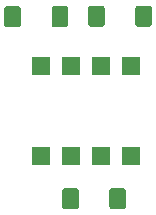
<source format=gtp>
%TF.GenerationSoftware,KiCad,Pcbnew,(5.0.0)*%
%TF.CreationDate,2018-10-04T12:31:17-06:00*%
%TF.ProjectId,Ejemplo,456A656D706C6F2E6B696361645F7063,1.0*%
%TF.SameCoordinates,Original*%
%TF.FileFunction,Paste,Top*%
%TF.FilePolarity,Positive*%
%FSLAX46Y46*%
G04 Gerber Fmt 4.6, Leading zero omitted, Abs format (unit mm)*
G04 Created by KiCad (PCBNEW (5.0.0)) date 10/04/18 12:31:17*
%MOMM*%
%LPD*%
G01*
G04 APERTURE LIST*
%ADD10C,0.100000*%
%ADD11C,1.400000*%
%ADD12R,1.600000X1.600000*%
G04 APERTURE END LIST*
D10*
G36*
X131024505Y-101401204D02*
X131048773Y-101404804D01*
X131072572Y-101410765D01*
X131095671Y-101419030D01*
X131117850Y-101429520D01*
X131138893Y-101442132D01*
X131158599Y-101456747D01*
X131176777Y-101473223D01*
X131193253Y-101491401D01*
X131207868Y-101511107D01*
X131220480Y-101532150D01*
X131230970Y-101554329D01*
X131239235Y-101577428D01*
X131245196Y-101601227D01*
X131248796Y-101625495D01*
X131250000Y-101649999D01*
X131250000Y-102950001D01*
X131248796Y-102974505D01*
X131245196Y-102998773D01*
X131239235Y-103022572D01*
X131230970Y-103045671D01*
X131220480Y-103067850D01*
X131207868Y-103088893D01*
X131193253Y-103108599D01*
X131176777Y-103126777D01*
X131158599Y-103143253D01*
X131138893Y-103157868D01*
X131117850Y-103170480D01*
X131095671Y-103180970D01*
X131072572Y-103189235D01*
X131048773Y-103195196D01*
X131024505Y-103198796D01*
X131000001Y-103200000D01*
X130099999Y-103200000D01*
X130075495Y-103198796D01*
X130051227Y-103195196D01*
X130027428Y-103189235D01*
X130004329Y-103180970D01*
X129982150Y-103170480D01*
X129961107Y-103157868D01*
X129941401Y-103143253D01*
X129923223Y-103126777D01*
X129906747Y-103108599D01*
X129892132Y-103088893D01*
X129879520Y-103067850D01*
X129869030Y-103045671D01*
X129860765Y-103022572D01*
X129854804Y-102998773D01*
X129851204Y-102974505D01*
X129850000Y-102950001D01*
X129850000Y-101649999D01*
X129851204Y-101625495D01*
X129854804Y-101601227D01*
X129860765Y-101577428D01*
X129869030Y-101554329D01*
X129879520Y-101532150D01*
X129892132Y-101511107D01*
X129906747Y-101491401D01*
X129923223Y-101473223D01*
X129941401Y-101456747D01*
X129961107Y-101442132D01*
X129982150Y-101429520D01*
X130004329Y-101419030D01*
X130027428Y-101410765D01*
X130051227Y-101404804D01*
X130075495Y-101401204D01*
X130099999Y-101400000D01*
X131000001Y-101400000D01*
X131024505Y-101401204D01*
X131024505Y-101401204D01*
G37*
D11*
X130550000Y-102300000D03*
D10*
G36*
X127024505Y-101401204D02*
X127048773Y-101404804D01*
X127072572Y-101410765D01*
X127095671Y-101419030D01*
X127117850Y-101429520D01*
X127138893Y-101442132D01*
X127158599Y-101456747D01*
X127176777Y-101473223D01*
X127193253Y-101491401D01*
X127207868Y-101511107D01*
X127220480Y-101532150D01*
X127230970Y-101554329D01*
X127239235Y-101577428D01*
X127245196Y-101601227D01*
X127248796Y-101625495D01*
X127250000Y-101649999D01*
X127250000Y-102950001D01*
X127248796Y-102974505D01*
X127245196Y-102998773D01*
X127239235Y-103022572D01*
X127230970Y-103045671D01*
X127220480Y-103067850D01*
X127207868Y-103088893D01*
X127193253Y-103108599D01*
X127176777Y-103126777D01*
X127158599Y-103143253D01*
X127138893Y-103157868D01*
X127117850Y-103170480D01*
X127095671Y-103180970D01*
X127072572Y-103189235D01*
X127048773Y-103195196D01*
X127024505Y-103198796D01*
X127000001Y-103200000D01*
X126099999Y-103200000D01*
X126075495Y-103198796D01*
X126051227Y-103195196D01*
X126027428Y-103189235D01*
X126004329Y-103180970D01*
X125982150Y-103170480D01*
X125961107Y-103157868D01*
X125941401Y-103143253D01*
X125923223Y-103126777D01*
X125906747Y-103108599D01*
X125892132Y-103088893D01*
X125879520Y-103067850D01*
X125869030Y-103045671D01*
X125860765Y-103022572D01*
X125854804Y-102998773D01*
X125851204Y-102974505D01*
X125850000Y-102950001D01*
X125850000Y-101649999D01*
X125851204Y-101625495D01*
X125854804Y-101601227D01*
X125860765Y-101577428D01*
X125869030Y-101554329D01*
X125879520Y-101532150D01*
X125892132Y-101511107D01*
X125906747Y-101491401D01*
X125923223Y-101473223D01*
X125941401Y-101456747D01*
X125961107Y-101442132D01*
X125982150Y-101429520D01*
X126004329Y-101419030D01*
X126027428Y-101410765D01*
X126051227Y-101404804D01*
X126075495Y-101401204D01*
X126099999Y-101400000D01*
X127000001Y-101400000D01*
X127024505Y-101401204D01*
X127024505Y-101401204D01*
G37*
D11*
X126550000Y-102300000D03*
D10*
G36*
X122124505Y-86001204D02*
X122148773Y-86004804D01*
X122172572Y-86010765D01*
X122195671Y-86019030D01*
X122217850Y-86029520D01*
X122238893Y-86042132D01*
X122258599Y-86056747D01*
X122276777Y-86073223D01*
X122293253Y-86091401D01*
X122307868Y-86111107D01*
X122320480Y-86132150D01*
X122330970Y-86154329D01*
X122339235Y-86177428D01*
X122345196Y-86201227D01*
X122348796Y-86225495D01*
X122350000Y-86249999D01*
X122350000Y-87550001D01*
X122348796Y-87574505D01*
X122345196Y-87598773D01*
X122339235Y-87622572D01*
X122330970Y-87645671D01*
X122320480Y-87667850D01*
X122307868Y-87688893D01*
X122293253Y-87708599D01*
X122276777Y-87726777D01*
X122258599Y-87743253D01*
X122238893Y-87757868D01*
X122217850Y-87770480D01*
X122195671Y-87780970D01*
X122172572Y-87789235D01*
X122148773Y-87795196D01*
X122124505Y-87798796D01*
X122100001Y-87800000D01*
X121199999Y-87800000D01*
X121175495Y-87798796D01*
X121151227Y-87795196D01*
X121127428Y-87789235D01*
X121104329Y-87780970D01*
X121082150Y-87770480D01*
X121061107Y-87757868D01*
X121041401Y-87743253D01*
X121023223Y-87726777D01*
X121006747Y-87708599D01*
X120992132Y-87688893D01*
X120979520Y-87667850D01*
X120969030Y-87645671D01*
X120960765Y-87622572D01*
X120954804Y-87598773D01*
X120951204Y-87574505D01*
X120950000Y-87550001D01*
X120950000Y-86249999D01*
X120951204Y-86225495D01*
X120954804Y-86201227D01*
X120960765Y-86177428D01*
X120969030Y-86154329D01*
X120979520Y-86132150D01*
X120992132Y-86111107D01*
X121006747Y-86091401D01*
X121023223Y-86073223D01*
X121041401Y-86056747D01*
X121061107Y-86042132D01*
X121082150Y-86029520D01*
X121104329Y-86019030D01*
X121127428Y-86010765D01*
X121151227Y-86004804D01*
X121175495Y-86001204D01*
X121199999Y-86000000D01*
X122100001Y-86000000D01*
X122124505Y-86001204D01*
X122124505Y-86001204D01*
G37*
D11*
X121650000Y-86900000D03*
D10*
G36*
X126124505Y-86001204D02*
X126148773Y-86004804D01*
X126172572Y-86010765D01*
X126195671Y-86019030D01*
X126217850Y-86029520D01*
X126238893Y-86042132D01*
X126258599Y-86056747D01*
X126276777Y-86073223D01*
X126293253Y-86091401D01*
X126307868Y-86111107D01*
X126320480Y-86132150D01*
X126330970Y-86154329D01*
X126339235Y-86177428D01*
X126345196Y-86201227D01*
X126348796Y-86225495D01*
X126350000Y-86249999D01*
X126350000Y-87550001D01*
X126348796Y-87574505D01*
X126345196Y-87598773D01*
X126339235Y-87622572D01*
X126330970Y-87645671D01*
X126320480Y-87667850D01*
X126307868Y-87688893D01*
X126293253Y-87708599D01*
X126276777Y-87726777D01*
X126258599Y-87743253D01*
X126238893Y-87757868D01*
X126217850Y-87770480D01*
X126195671Y-87780970D01*
X126172572Y-87789235D01*
X126148773Y-87795196D01*
X126124505Y-87798796D01*
X126100001Y-87800000D01*
X125199999Y-87800000D01*
X125175495Y-87798796D01*
X125151227Y-87795196D01*
X125127428Y-87789235D01*
X125104329Y-87780970D01*
X125082150Y-87770480D01*
X125061107Y-87757868D01*
X125041401Y-87743253D01*
X125023223Y-87726777D01*
X125006747Y-87708599D01*
X124992132Y-87688893D01*
X124979520Y-87667850D01*
X124969030Y-87645671D01*
X124960765Y-87622572D01*
X124954804Y-87598773D01*
X124951204Y-87574505D01*
X124950000Y-87550001D01*
X124950000Y-86249999D01*
X124951204Y-86225495D01*
X124954804Y-86201227D01*
X124960765Y-86177428D01*
X124969030Y-86154329D01*
X124979520Y-86132150D01*
X124992132Y-86111107D01*
X125006747Y-86091401D01*
X125023223Y-86073223D01*
X125041401Y-86056747D01*
X125061107Y-86042132D01*
X125082150Y-86029520D01*
X125104329Y-86019030D01*
X125127428Y-86010765D01*
X125151227Y-86004804D01*
X125175495Y-86001204D01*
X125199999Y-86000000D01*
X126100001Y-86000000D01*
X126124505Y-86001204D01*
X126124505Y-86001204D01*
G37*
D11*
X125650000Y-86900000D03*
D10*
G36*
X133224505Y-85951204D02*
X133248773Y-85954804D01*
X133272572Y-85960765D01*
X133295671Y-85969030D01*
X133317850Y-85979520D01*
X133338893Y-85992132D01*
X133358599Y-86006747D01*
X133376777Y-86023223D01*
X133393253Y-86041401D01*
X133407868Y-86061107D01*
X133420480Y-86082150D01*
X133430970Y-86104329D01*
X133439235Y-86127428D01*
X133445196Y-86151227D01*
X133448796Y-86175495D01*
X133450000Y-86199999D01*
X133450000Y-87500001D01*
X133448796Y-87524505D01*
X133445196Y-87548773D01*
X133439235Y-87572572D01*
X133430970Y-87595671D01*
X133420480Y-87617850D01*
X133407868Y-87638893D01*
X133393253Y-87658599D01*
X133376777Y-87676777D01*
X133358599Y-87693253D01*
X133338893Y-87707868D01*
X133317850Y-87720480D01*
X133295671Y-87730970D01*
X133272572Y-87739235D01*
X133248773Y-87745196D01*
X133224505Y-87748796D01*
X133200001Y-87750000D01*
X132299999Y-87750000D01*
X132275495Y-87748796D01*
X132251227Y-87745196D01*
X132227428Y-87739235D01*
X132204329Y-87730970D01*
X132182150Y-87720480D01*
X132161107Y-87707868D01*
X132141401Y-87693253D01*
X132123223Y-87676777D01*
X132106747Y-87658599D01*
X132092132Y-87638893D01*
X132079520Y-87617850D01*
X132069030Y-87595671D01*
X132060765Y-87572572D01*
X132054804Y-87548773D01*
X132051204Y-87524505D01*
X132050000Y-87500001D01*
X132050000Y-86199999D01*
X132051204Y-86175495D01*
X132054804Y-86151227D01*
X132060765Y-86127428D01*
X132069030Y-86104329D01*
X132079520Y-86082150D01*
X132092132Y-86061107D01*
X132106747Y-86041401D01*
X132123223Y-86023223D01*
X132141401Y-86006747D01*
X132161107Y-85992132D01*
X132182150Y-85979520D01*
X132204329Y-85969030D01*
X132227428Y-85960765D01*
X132251227Y-85954804D01*
X132275495Y-85951204D01*
X132299999Y-85950000D01*
X133200001Y-85950000D01*
X133224505Y-85951204D01*
X133224505Y-85951204D01*
G37*
D11*
X132750000Y-86850000D03*
D10*
G36*
X129224505Y-85951204D02*
X129248773Y-85954804D01*
X129272572Y-85960765D01*
X129295671Y-85969030D01*
X129317850Y-85979520D01*
X129338893Y-85992132D01*
X129358599Y-86006747D01*
X129376777Y-86023223D01*
X129393253Y-86041401D01*
X129407868Y-86061107D01*
X129420480Y-86082150D01*
X129430970Y-86104329D01*
X129439235Y-86127428D01*
X129445196Y-86151227D01*
X129448796Y-86175495D01*
X129450000Y-86199999D01*
X129450000Y-87500001D01*
X129448796Y-87524505D01*
X129445196Y-87548773D01*
X129439235Y-87572572D01*
X129430970Y-87595671D01*
X129420480Y-87617850D01*
X129407868Y-87638893D01*
X129393253Y-87658599D01*
X129376777Y-87676777D01*
X129358599Y-87693253D01*
X129338893Y-87707868D01*
X129317850Y-87720480D01*
X129295671Y-87730970D01*
X129272572Y-87739235D01*
X129248773Y-87745196D01*
X129224505Y-87748796D01*
X129200001Y-87750000D01*
X128299999Y-87750000D01*
X128275495Y-87748796D01*
X128251227Y-87745196D01*
X128227428Y-87739235D01*
X128204329Y-87730970D01*
X128182150Y-87720480D01*
X128161107Y-87707868D01*
X128141401Y-87693253D01*
X128123223Y-87676777D01*
X128106747Y-87658599D01*
X128092132Y-87638893D01*
X128079520Y-87617850D01*
X128069030Y-87595671D01*
X128060765Y-87572572D01*
X128054804Y-87548773D01*
X128051204Y-87524505D01*
X128050000Y-87500001D01*
X128050000Y-86199999D01*
X128051204Y-86175495D01*
X128054804Y-86151227D01*
X128060765Y-86127428D01*
X128069030Y-86104329D01*
X128079520Y-86082150D01*
X128092132Y-86061107D01*
X128106747Y-86041401D01*
X128123223Y-86023223D01*
X128141401Y-86006747D01*
X128161107Y-85992132D01*
X128182150Y-85979520D01*
X128204329Y-85969030D01*
X128227428Y-85960765D01*
X128251227Y-85954804D01*
X128275495Y-85951204D01*
X128299999Y-85950000D01*
X129200001Y-85950000D01*
X129224505Y-85951204D01*
X129224505Y-85951204D01*
G37*
D11*
X128750000Y-86850000D03*
D12*
X124090000Y-98710000D03*
X131710000Y-91090000D03*
X126630000Y-98710000D03*
X129170000Y-91090000D03*
X129170000Y-98710000D03*
X126630000Y-91090000D03*
X131710000Y-98710000D03*
X124090000Y-91090000D03*
M02*

</source>
